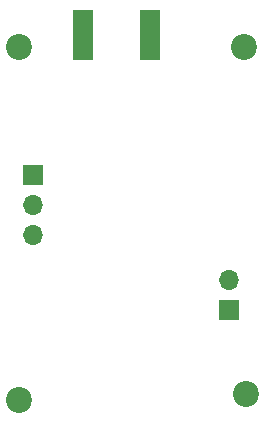
<source format=gbr>
%TF.GenerationSoftware,KiCad,Pcbnew,(5.1.9)-1*%
%TF.CreationDate,2021-03-18T19:40:29-04:00*%
%TF.ProjectId,PowerDetector,506f7765-7244-4657-9465-63746f722e6b,rev?*%
%TF.SameCoordinates,Original*%
%TF.FileFunction,Soldermask,Bot*%
%TF.FilePolarity,Negative*%
%FSLAX46Y46*%
G04 Gerber Fmt 4.6, Leading zero omitted, Abs format (unit mm)*
G04 Created by KiCad (PCBNEW (5.1.9)-1) date 2021-03-18 19:40:29*
%MOMM*%
%LPD*%
G01*
G04 APERTURE LIST*
%ADD10R,1.750000X4.200000*%
%ADD11O,1.700000X1.700000*%
%ADD12R,1.700000X1.700000*%
%ADD13C,2.200000*%
G04 APERTURE END LIST*
D10*
%TO.C,J1*%
X115285000Y-75765000D03*
X120935000Y-75765000D03*
%TD*%
D11*
%TO.C,J4*%
X127635000Y-96520000D03*
D12*
X127635000Y-99060000D03*
%TD*%
D11*
%TO.C,J2*%
X110998000Y-92710000D03*
X110998000Y-90170000D03*
D12*
X110998000Y-87630000D03*
%TD*%
D13*
%TO.C,H4*%
X109855000Y-106680000D03*
%TD*%
%TO.C,H3*%
X129032000Y-106172000D03*
%TD*%
%TO.C,H2*%
X128905000Y-76835000D03*
%TD*%
%TO.C,H1*%
X109855000Y-76835000D03*
%TD*%
M02*

</source>
